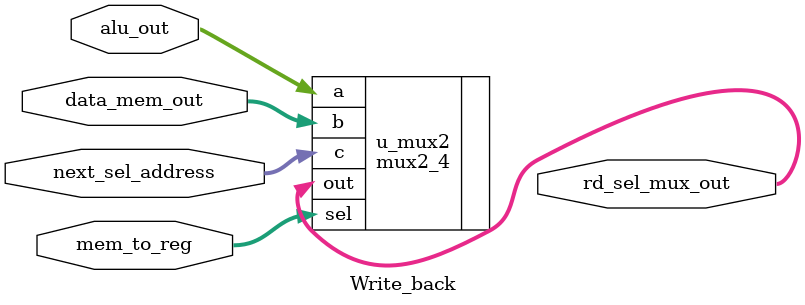
<source format=sv>
module Write_back(
    input wire [1:0]  mem_to_reg,
    input wire [31:0] alu_out,
    input wire [31:0] data_mem_out,
    input wire [31:0] next_sel_address,

    output wire [31:0] rd_sel_mux_out
    );

    //WRITE BACK MUX
    mux2_4 u_mux2 (
        .a(alu_out),
        .b(data_mem_out),
        .c(next_sel_address),
        .sel(mem_to_reg),
        .out(rd_sel_mux_out)
    ); 
endmodule
</source>
